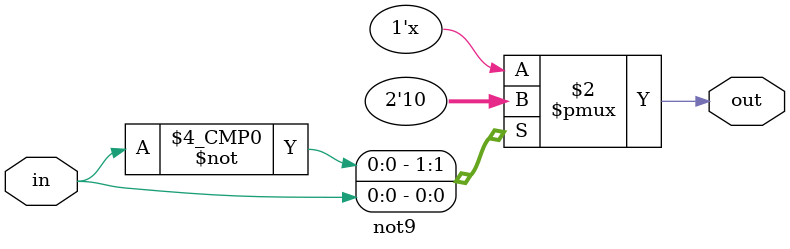
<source format=v>
module not9 (
  input in,
  output reg out
);


    always @(*) begin
        case (in)
            1'b0: out = 1'b1;
            1'b1: out = 1'b0;
        endcase
    end

endmodule
</source>
